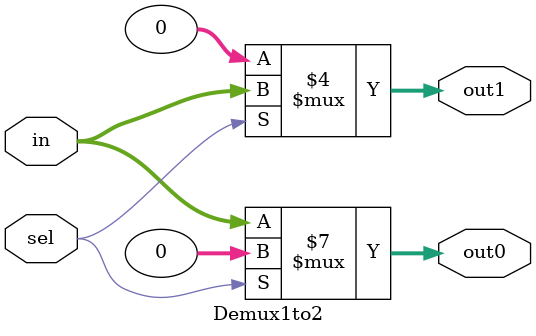
<source format=v>

module Demux1to2 #(
    parameter N = 32          // Default bit width
  )(
    input [N-1:0] in,
    input sel,
    output reg [N-1:0] out0,
    output reg [N-1:0] out1
  );

  // Always block to update outputs based on selection
  always @(in or sel)
  begin
    if (sel == 1'b0)
    begin
      out0 = in;           // Route input to out0
      out1 = {N{1'b0}};    // Set out1 to 0 (N bits)
    end
    else
    begin
      out0 = {N{1'b0}};    // Set out0 to 0 (N bits)
      out1 = in;           // Route input to out1
    end
  end

endmodule


</source>
